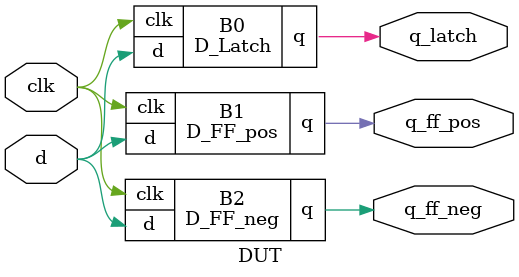
<source format=v>
module D_Latch (
	input d,
	input clk,
	output reg q
	);

      always @(clk,d)
      begin
      	if(clk)
      	  q <= d;
      end
endmodule

module D_FF_pos (
	input d,
	input clk,
	output reg q
	);      
       always @(posedge clk)
       begin
       	q <= d;
       end
endmodule       

module D_FF_neg (
	input d,
	input clk,
	output reg q
	);      
       always @(negedge clk)
       begin
       	q <= d;
       end
endmodule       


module DUT (
	input d,
	input clk,
	output q_latch, q_ff_pos, q_ff_neg
	);

       D_Latch B0 (d,clk,q_latch);
       D_FF_pos B1 (d,clk,q_ff_pos);
       D_FF_neg B2 (d,clk,q_ff_neg);

endmodule       
</source>
